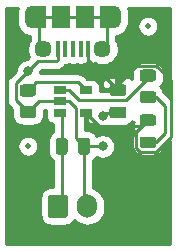
<source format=gbr>
%TF.GenerationSoftware,KiCad,Pcbnew,(5.1.10)-1*%
%TF.CreationDate,2021-10-28T23:59:16+02:00*%
%TF.ProjectId,Battery Charger Li-Po,42617474-6572-4792-9043-686172676572,rev?*%
%TF.SameCoordinates,Original*%
%TF.FileFunction,Copper,L1,Top*%
%TF.FilePolarity,Positive*%
%FSLAX46Y46*%
G04 Gerber Fmt 4.6, Leading zero omitted, Abs format (unit mm)*
G04 Created by KiCad (PCBNEW (5.1.10)-1) date 2021-10-28 23:59:16*
%MOMM*%
%LPD*%
G01*
G04 APERTURE LIST*
%TA.AperFunction,SMDPad,CuDef*%
%ADD10C,0.500000*%
%TD*%
%TA.AperFunction,ComponentPad*%
%ADD11O,1.700000X2.000000*%
%TD*%
%TA.AperFunction,SMDPad,CuDef*%
%ADD12R,1.060000X0.650000*%
%TD*%
%TA.AperFunction,SMDPad,CuDef*%
%ADD13R,1.200000X1.900000*%
%TD*%
%TA.AperFunction,ComponentPad*%
%ADD14O,1.200000X1.900000*%
%TD*%
%TA.AperFunction,SMDPad,CuDef*%
%ADD15R,1.500000X1.900000*%
%TD*%
%TA.AperFunction,ComponentPad*%
%ADD16C,1.450000*%
%TD*%
%TA.AperFunction,SMDPad,CuDef*%
%ADD17R,0.400000X1.350000*%
%TD*%
%TA.AperFunction,ViaPad*%
%ADD18C,0.800000*%
%TD*%
%TA.AperFunction,Conductor*%
%ADD19C,0.250000*%
%TD*%
%TA.AperFunction,Conductor*%
%ADD20C,0.254000*%
%TD*%
%TA.AperFunction,Conductor*%
%ADD21C,0.100000*%
%TD*%
G04 APERTURE END LIST*
D10*
%TO.P,REF\u002A\u002A,*%
%TO.N,*%
X134620000Y-128270000D03*
%TD*%
%TO.P,REF\u002A\u002A,*%
%TO.N,*%
X144780000Y-118110000D03*
%TD*%
D11*
%TO.P,J2,2*%
%TO.N,GND*%
X139660000Y-133350000D03*
%TO.P,J2,1*%
%TO.N,VCC*%
%TA.AperFunction,ComponentPad*%
G36*
G01*
X136310000Y-134100000D02*
X136310000Y-132600000D01*
G75*
G02*
X136560000Y-132350000I250000J0D01*
G01*
X137760000Y-132350000D01*
G75*
G02*
X138010000Y-132600000I0J-250000D01*
G01*
X138010000Y-134100000D01*
G75*
G02*
X137760000Y-134350000I-250000J0D01*
G01*
X136560000Y-134350000D01*
G75*
G02*
X136310000Y-134100000I0J250000D01*
G01*
G37*
%TD.AperFunction*%
%TD*%
D12*
%TO.P,U1,5*%
%TO.N,Net-(R2-Pad1)*%
X139530000Y-123510000D03*
%TO.P,U1,4*%
%TO.N,VBUS*%
X139530000Y-125410000D03*
%TO.P,U1,3*%
%TO.N,VCC*%
X137330000Y-125410000D03*
%TO.P,U1,2*%
%TO.N,GND*%
X137330000Y-124460000D03*
%TO.P,U1,1*%
%TO.N,Net-(R1-Pad2)*%
X137330000Y-123510000D03*
%TD*%
%TO.P,R2,2*%
%TO.N,GND*%
%TA.AperFunction,SMDPad,CuDef*%
G36*
G01*
X134169999Y-124860000D02*
X135070001Y-124860000D01*
G75*
G02*
X135320000Y-125109999I0J-249999D01*
G01*
X135320000Y-125635001D01*
G75*
G02*
X135070001Y-125885000I-249999J0D01*
G01*
X134169999Y-125885000D01*
G75*
G02*
X133920000Y-125635001I0J249999D01*
G01*
X133920000Y-125109999D01*
G75*
G02*
X134169999Y-124860000I249999J0D01*
G01*
G37*
%TD.AperFunction*%
%TO.P,R2,1*%
%TO.N,Net-(R2-Pad1)*%
%TA.AperFunction,SMDPad,CuDef*%
G36*
G01*
X134169999Y-123035000D02*
X135070001Y-123035000D01*
G75*
G02*
X135320000Y-123284999I0J-249999D01*
G01*
X135320000Y-123810001D01*
G75*
G02*
X135070001Y-124060000I-249999J0D01*
G01*
X134169999Y-124060000D01*
G75*
G02*
X133920000Y-123810001I0J249999D01*
G01*
X133920000Y-123284999D01*
G75*
G02*
X134169999Y-123035000I249999J0D01*
G01*
G37*
%TD.AperFunction*%
%TD*%
%TO.P,R1,2*%
%TO.N,Net-(R1-Pad2)*%
%TA.AperFunction,SMDPad,CuDef*%
G36*
G01*
X145230001Y-122790000D02*
X144329999Y-122790000D01*
G75*
G02*
X144080000Y-122540001I0J249999D01*
G01*
X144080000Y-122014999D01*
G75*
G02*
X144329999Y-121765000I249999J0D01*
G01*
X145230001Y-121765000D01*
G75*
G02*
X145480000Y-122014999I0J-249999D01*
G01*
X145480000Y-122540001D01*
G75*
G02*
X145230001Y-122790000I-249999J0D01*
G01*
G37*
%TD.AperFunction*%
%TO.P,R1,1*%
%TO.N,Net-(D1-Pad1)*%
%TA.AperFunction,SMDPad,CuDef*%
G36*
G01*
X145230001Y-124615000D02*
X144329999Y-124615000D01*
G75*
G02*
X144080000Y-124365001I0J249999D01*
G01*
X144080000Y-123839999D01*
G75*
G02*
X144329999Y-123590000I249999J0D01*
G01*
X145230001Y-123590000D01*
G75*
G02*
X145480000Y-123839999I0J-249999D01*
G01*
X145480000Y-124365001D01*
G75*
G02*
X145230001Y-124615000I-249999J0D01*
G01*
G37*
%TD.AperFunction*%
%TD*%
D13*
%TO.P,J1,6*%
%TO.N,Net-(J1-Pad6)*%
X141330000Y-117339215D03*
X135530000Y-117339215D03*
D14*
X134930000Y-117339215D03*
X141930000Y-117339215D03*
D15*
X139430000Y-117339215D03*
D16*
X135930000Y-120039215D03*
D17*
%TO.P,J1,3*%
%TO.N,Net-(J1-Pad3)*%
X138430000Y-120039215D03*
%TO.P,J1,4*%
%TO.N,Net-(J1-Pad4)*%
X137780000Y-120039215D03*
%TO.P,J1,5*%
%TO.N,GND*%
X137130000Y-120039215D03*
%TO.P,J1,1*%
%TO.N,VBUS*%
X139730000Y-120039215D03*
%TO.P,J1,2*%
%TO.N,Net-(J1-Pad2)*%
X139080000Y-120039215D03*
D16*
%TO.P,J1,6*%
%TO.N,Net-(J1-Pad6)*%
X140930000Y-120039215D03*
D15*
X137430000Y-117339215D03*
%TD*%
%TO.P,D1,2*%
%TO.N,VBUS*%
%TA.AperFunction,SMDPad,CuDef*%
G36*
G01*
X145236250Y-126550000D02*
X144323750Y-126550000D01*
G75*
G02*
X144080000Y-126306250I0J243750D01*
G01*
X144080000Y-125818750D01*
G75*
G02*
X144323750Y-125575000I243750J0D01*
G01*
X145236250Y-125575000D01*
G75*
G02*
X145480000Y-125818750I0J-243750D01*
G01*
X145480000Y-126306250D01*
G75*
G02*
X145236250Y-126550000I-243750J0D01*
G01*
G37*
%TD.AperFunction*%
%TO.P,D1,1*%
%TO.N,Net-(D1-Pad1)*%
%TA.AperFunction,SMDPad,CuDef*%
G36*
G01*
X145236250Y-128425000D02*
X144323750Y-128425000D01*
G75*
G02*
X144080000Y-128181250I0J243750D01*
G01*
X144080000Y-127693750D01*
G75*
G02*
X144323750Y-127450000I243750J0D01*
G01*
X145236250Y-127450000D01*
G75*
G02*
X145480000Y-127693750I0J-243750D01*
G01*
X145480000Y-128181250D01*
G75*
G02*
X145236250Y-128425000I-243750J0D01*
G01*
G37*
%TD.AperFunction*%
%TD*%
%TO.P,C2,2*%
%TO.N,GND*%
%TA.AperFunction,SMDPad,CuDef*%
G36*
G01*
X138880000Y-128745000D02*
X138880000Y-127795000D01*
G75*
G02*
X139130000Y-127545000I250000J0D01*
G01*
X139630000Y-127545000D01*
G75*
G02*
X139880000Y-127795000I0J-250000D01*
G01*
X139880000Y-128745000D01*
G75*
G02*
X139630000Y-128995000I-250000J0D01*
G01*
X139130000Y-128995000D01*
G75*
G02*
X138880000Y-128745000I0J250000D01*
G01*
G37*
%TD.AperFunction*%
%TO.P,C2,1*%
%TO.N,VCC*%
%TA.AperFunction,SMDPad,CuDef*%
G36*
G01*
X136980000Y-128745000D02*
X136980000Y-127795000D01*
G75*
G02*
X137230000Y-127545000I250000J0D01*
G01*
X137730000Y-127545000D01*
G75*
G02*
X137980000Y-127795000I0J-250000D01*
G01*
X137980000Y-128745000D01*
G75*
G02*
X137730000Y-128995000I-250000J0D01*
G01*
X137230000Y-128995000D01*
G75*
G02*
X136980000Y-128745000I0J250000D01*
G01*
G37*
%TD.AperFunction*%
%TD*%
%TO.P,C1,2*%
%TO.N,VBUS*%
%TA.AperFunction,SMDPad,CuDef*%
G36*
G01*
X142715000Y-124010000D02*
X141765000Y-124010000D01*
G75*
G02*
X141515000Y-123760000I0J250000D01*
G01*
X141515000Y-123260000D01*
G75*
G02*
X141765000Y-123010000I250000J0D01*
G01*
X142715000Y-123010000D01*
G75*
G02*
X142965000Y-123260000I0J-250000D01*
G01*
X142965000Y-123760000D01*
G75*
G02*
X142715000Y-124010000I-250000J0D01*
G01*
G37*
%TD.AperFunction*%
%TO.P,C1,1*%
%TO.N,GND*%
%TA.AperFunction,SMDPad,CuDef*%
G36*
G01*
X142715000Y-125910000D02*
X141765000Y-125910000D01*
G75*
G02*
X141515000Y-125660000I0J250000D01*
G01*
X141515000Y-125160000D01*
G75*
G02*
X141765000Y-124910000I250000J0D01*
G01*
X142715000Y-124910000D01*
G75*
G02*
X142965000Y-125160000I0J-250000D01*
G01*
X142965000Y-125660000D01*
G75*
G02*
X142715000Y-125910000I-250000J0D01*
G01*
G37*
%TD.AperFunction*%
%TD*%
D18*
%TO.N,GND*%
X134620000Y-121920000D03*
X140970000Y-125730000D03*
X140970000Y-128270000D03*
%TD*%
D19*
%TO.N,VBUS*%
X142240000Y-123522500D02*
X142240000Y-123510000D01*
X144607490Y-126235010D02*
X144780000Y-126062500D01*
X139730000Y-121000000D02*
X139730000Y-120039215D01*
X142240000Y-123510000D02*
X139730000Y-121000000D01*
X143754990Y-127087510D02*
X144780000Y-126062500D01*
X144088160Y-128750010D02*
X143754990Y-128416840D01*
X145471840Y-128750010D02*
X144088160Y-128750010D01*
X143754990Y-128416840D02*
X143754990Y-127087510D01*
X146705029Y-127516821D02*
X145471840Y-128750010D01*
X146705029Y-122676839D02*
X146705029Y-127516821D01*
X145468180Y-121439990D02*
X146705029Y-122676839D01*
X143810010Y-121439990D02*
X145468180Y-121439990D01*
X142240000Y-123010000D02*
X143810010Y-121439990D01*
X142240000Y-123510000D02*
X142240000Y-123010000D01*
X140668027Y-126548027D02*
X139530000Y-125410000D01*
X144294473Y-126548027D02*
X140668027Y-126548027D01*
X144780000Y-126062500D02*
X144294473Y-126548027D01*
%TO.N,GND*%
X139700000Y-127950000D02*
X139700000Y-128270000D01*
X135532500Y-124460000D02*
X134620000Y-125372500D01*
X137330000Y-124460000D02*
X135532500Y-124460000D01*
X137130000Y-120964215D02*
X137130000Y-120039215D01*
X135450784Y-121089216D02*
X137004999Y-121089216D01*
X137004999Y-121089216D02*
X137130000Y-120964215D01*
X133594990Y-122945010D02*
X135450784Y-121089216D01*
X133594990Y-124347490D02*
X133594990Y-122945010D01*
X134620000Y-125372500D02*
X133594990Y-124347490D01*
X137820002Y-124460000D02*
X137330000Y-124460000D01*
X142240000Y-125410000D02*
X141290000Y-125410000D01*
X141290000Y-125410000D02*
X140970000Y-125730000D01*
X140970000Y-125730000D02*
X140970000Y-125730000D01*
X139380000Y-133070000D02*
X139660000Y-133350000D01*
X139380000Y-128270000D02*
X139380000Y-133070000D01*
X139380000Y-128270000D02*
X140970000Y-128270000D01*
X138674999Y-127564999D02*
X139380000Y-128270000D01*
X138674999Y-125024999D02*
X138674999Y-127564999D01*
X138110000Y-124460000D02*
X138674999Y-125024999D01*
X137330000Y-124460000D02*
X138110000Y-124460000D01*
X140970000Y-128270000D02*
X140970000Y-128270000D01*
%TO.N,VCC*%
X137800000Y-128270000D02*
X137330000Y-127800000D01*
X137480000Y-125560000D02*
X137330000Y-125410000D01*
X137480000Y-128270000D02*
X137480000Y-125560000D01*
X137480000Y-133030000D02*
X137160000Y-133350000D01*
X137480000Y-128270000D02*
X137480000Y-133030000D01*
%TO.N,Net-(D1-Pad1)*%
X145480000Y-127937500D02*
X144780000Y-127937500D01*
X146255019Y-127162481D02*
X145480000Y-127937500D01*
X146255020Y-124877520D02*
X146255019Y-127162481D01*
X145480000Y-124102500D02*
X146255020Y-124877520D01*
X144780000Y-124102500D02*
X145480000Y-124102500D01*
%TO.N,Net-(J1-Pad6)*%
X135530000Y-117339215D02*
X141930000Y-117339215D01*
X135530000Y-119639215D02*
X135930000Y-120039215D01*
X135530000Y-117339215D02*
X135530000Y-119639215D01*
X141330000Y-119639215D02*
X140930000Y-120039215D01*
X141330000Y-117339215D02*
X141330000Y-119639215D01*
%TO.N,Net-(R1-Pad2)*%
X138915008Y-124335010D02*
X138089998Y-123510000D01*
X138089998Y-123510000D02*
X137330000Y-123510000D01*
X142953180Y-124335010D02*
X138915008Y-124335010D01*
X144780000Y-122508190D02*
X142953180Y-124335010D01*
X144780000Y-122277500D02*
X144780000Y-122508190D01*
%TO.N,Net-(R2-Pad1)*%
X138879999Y-122859999D02*
X139530000Y-123510000D01*
X135307501Y-122859999D02*
X138879999Y-122859999D01*
X134620000Y-123547500D02*
X135307501Y-122859999D01*
%TD*%
D20*
%TO.N,VBUS*%
X133712870Y-116747113D02*
X133695000Y-116928550D01*
X133695000Y-117749879D01*
X133712870Y-117931316D01*
X133783489Y-118164115D01*
X133898167Y-118378663D01*
X134052498Y-118566717D01*
X134240551Y-118721048D01*
X134455099Y-118835726D01*
X134687898Y-118906345D01*
X134770001Y-118914431D01*
X134770001Y-119327342D01*
X134724784Y-119395014D01*
X134622264Y-119642518D01*
X134570000Y-119905267D01*
X134570000Y-120173163D01*
X134622264Y-120435912D01*
X134724784Y-120683416D01*
X134747614Y-120717584D01*
X134580198Y-120885000D01*
X134518061Y-120885000D01*
X134318102Y-120924774D01*
X134129744Y-121002795D01*
X133960226Y-121116063D01*
X133816063Y-121260226D01*
X133702795Y-121429744D01*
X133624774Y-121618102D01*
X133585000Y-121818061D01*
X133585000Y-121880199D01*
X133083988Y-122381211D01*
X133054990Y-122405009D01*
X133031192Y-122434007D01*
X133031191Y-122434008D01*
X132960016Y-122520734D01*
X132889444Y-122652764D01*
X132861064Y-122746324D01*
X132845988Y-122796024D01*
X132834991Y-122907677D01*
X132831314Y-122945010D01*
X132834991Y-122982342D01*
X132834990Y-124310167D01*
X132831314Y-124347490D01*
X132834990Y-124384812D01*
X132834990Y-124384822D01*
X132845987Y-124496475D01*
X132877610Y-124600723D01*
X132889444Y-124639736D01*
X132960016Y-124771766D01*
X132993688Y-124812795D01*
X133054989Y-124887491D01*
X133083992Y-124911294D01*
X133281997Y-125109298D01*
X133281928Y-125109999D01*
X133281928Y-125635001D01*
X133298992Y-125808255D01*
X133349528Y-125974851D01*
X133431595Y-126128387D01*
X133542038Y-126262962D01*
X133676613Y-126373405D01*
X133830149Y-126455472D01*
X133996745Y-126506008D01*
X134169999Y-126523072D01*
X135070001Y-126523072D01*
X135243255Y-126506008D01*
X135409851Y-126455472D01*
X135563387Y-126373405D01*
X135697962Y-126262962D01*
X135808405Y-126128387D01*
X135890472Y-125974851D01*
X135941008Y-125808255D01*
X135958072Y-125635001D01*
X135958072Y-125220000D01*
X136161928Y-125220000D01*
X136161928Y-125735000D01*
X136174188Y-125859482D01*
X136210498Y-125979180D01*
X136269463Y-126089494D01*
X136348815Y-126186185D01*
X136445506Y-126265537D01*
X136555820Y-126324502D01*
X136675518Y-126360812D01*
X136720001Y-126365193D01*
X136720000Y-127070229D01*
X136602038Y-127167038D01*
X136491595Y-127301614D01*
X136409528Y-127455150D01*
X136358992Y-127621746D01*
X136341928Y-127795000D01*
X136341928Y-128745000D01*
X136358992Y-128918254D01*
X136409528Y-129084850D01*
X136491595Y-129238386D01*
X136602038Y-129372962D01*
X136720000Y-129469771D01*
X136720001Y-131711928D01*
X136560000Y-131711928D01*
X136386746Y-131728992D01*
X136220150Y-131779528D01*
X136066614Y-131861595D01*
X135932038Y-131972038D01*
X135821595Y-132106614D01*
X135739528Y-132260150D01*
X135688992Y-132426746D01*
X135671928Y-132600000D01*
X135671928Y-134100000D01*
X135688992Y-134273254D01*
X135739528Y-134439850D01*
X135821595Y-134593386D01*
X135932038Y-134727962D01*
X136066614Y-134838405D01*
X136220150Y-134920472D01*
X136386746Y-134971008D01*
X136560000Y-134988072D01*
X137760000Y-134988072D01*
X137933254Y-134971008D01*
X138099850Y-134920472D01*
X138253386Y-134838405D01*
X138387962Y-134727962D01*
X138498405Y-134593386D01*
X138552777Y-134491663D01*
X138604866Y-134555134D01*
X138830987Y-134740706D01*
X139088967Y-134878599D01*
X139368890Y-134963513D01*
X139660000Y-134992185D01*
X139951111Y-134963513D01*
X140231034Y-134878599D01*
X140489014Y-134740706D01*
X140715134Y-134555134D01*
X140900706Y-134329014D01*
X141038599Y-134071033D01*
X141123513Y-133791110D01*
X141145000Y-133572949D01*
X141145000Y-133127050D01*
X141123513Y-132908889D01*
X141038599Y-132628966D01*
X140900706Y-132370986D01*
X140715134Y-132144866D01*
X140489013Y-131959294D01*
X140231033Y-131821401D01*
X140140000Y-131793786D01*
X140140000Y-129469770D01*
X140257962Y-129372962D01*
X140368405Y-129238386D01*
X140417863Y-129145857D01*
X140479744Y-129187205D01*
X140668102Y-129265226D01*
X140868061Y-129305000D01*
X141071939Y-129305000D01*
X141271898Y-129265226D01*
X141460256Y-129187205D01*
X141629774Y-129073937D01*
X141773937Y-128929774D01*
X141887205Y-128760256D01*
X141965226Y-128571898D01*
X142005000Y-128371939D01*
X142005000Y-128168061D01*
X141965226Y-127968102D01*
X141887205Y-127779744D01*
X141773937Y-127610226D01*
X141629774Y-127466063D01*
X141460256Y-127352795D01*
X141271898Y-127274774D01*
X141071939Y-127235000D01*
X140868061Y-127235000D01*
X140668102Y-127274774D01*
X140479744Y-127352795D01*
X140417863Y-127394143D01*
X140368405Y-127301614D01*
X140257962Y-127167038D01*
X140123386Y-127056595D01*
X139969850Y-126974528D01*
X139803254Y-126923992D01*
X139630000Y-126906928D01*
X139434999Y-126906928D01*
X139434999Y-125263000D01*
X139657000Y-125263000D01*
X139657000Y-125283000D01*
X139677000Y-125283000D01*
X139677000Y-125537000D01*
X139657000Y-125537000D01*
X139657000Y-126211250D01*
X139815750Y-126370000D01*
X140060000Y-126373072D01*
X140149043Y-126364302D01*
X140166063Y-126389774D01*
X140310226Y-126533937D01*
X140479744Y-126647205D01*
X140668102Y-126725226D01*
X140868061Y-126765000D01*
X141071939Y-126765000D01*
X141271898Y-126725226D01*
X141460256Y-126647205D01*
X141628709Y-126534649D01*
X141765000Y-126548072D01*
X142715000Y-126548072D01*
X142888254Y-126531008D01*
X143054850Y-126480472D01*
X143208386Y-126398405D01*
X143342962Y-126287962D01*
X143445000Y-126163628D01*
X143445000Y-126189502D01*
X143603748Y-126189502D01*
X143445000Y-126348250D01*
X143441928Y-126550000D01*
X143454188Y-126674482D01*
X143490498Y-126794180D01*
X143549463Y-126904494D01*
X143628815Y-127001185D01*
X143706564Y-127064992D01*
X143700208Y-127070208D01*
X143590542Y-127203836D01*
X143509053Y-127356291D01*
X143458872Y-127521715D01*
X143441928Y-127693750D01*
X143441928Y-128181250D01*
X143458872Y-128353285D01*
X143509053Y-128518709D01*
X143590542Y-128671164D01*
X143700208Y-128804792D01*
X143833836Y-128914458D01*
X143986291Y-128995947D01*
X144151715Y-129046128D01*
X144323750Y-129063072D01*
X145236250Y-129063072D01*
X145408285Y-129046128D01*
X145573709Y-128995947D01*
X145726164Y-128914458D01*
X145859792Y-128804792D01*
X145969458Y-128671164D01*
X146050947Y-128518709D01*
X146084630Y-128407671D01*
X146660000Y-127832302D01*
X146660000Y-136500000D01*
X132740000Y-136500000D01*
X132740000Y-128182835D01*
X133735000Y-128182835D01*
X133735000Y-128357165D01*
X133769010Y-128528145D01*
X133835723Y-128689205D01*
X133932576Y-128834155D01*
X134055845Y-128957424D01*
X134200795Y-129054277D01*
X134361855Y-129120990D01*
X134532835Y-129155000D01*
X134707165Y-129155000D01*
X134878145Y-129120990D01*
X135039205Y-129054277D01*
X135184155Y-128957424D01*
X135307424Y-128834155D01*
X135404277Y-128689205D01*
X135470990Y-128528145D01*
X135505000Y-128357165D01*
X135505000Y-128182835D01*
X135470990Y-128011855D01*
X135404277Y-127850795D01*
X135307424Y-127705845D01*
X135184155Y-127582576D01*
X135039205Y-127485723D01*
X134878145Y-127419010D01*
X134707165Y-127385000D01*
X134532835Y-127385000D01*
X134361855Y-127419010D01*
X134200795Y-127485723D01*
X134055845Y-127582576D01*
X133932576Y-127705845D01*
X133835723Y-127850795D01*
X133769010Y-128011855D01*
X133735000Y-128182835D01*
X132740000Y-128182835D01*
X132740000Y-116550000D01*
X133772664Y-116550000D01*
X133712870Y-116747113D01*
%TA.AperFunction,Conductor*%
D21*
G36*
X133712870Y-116747113D02*
G01*
X133695000Y-116928550D01*
X133695000Y-117749879D01*
X133712870Y-117931316D01*
X133783489Y-118164115D01*
X133898167Y-118378663D01*
X134052498Y-118566717D01*
X134240551Y-118721048D01*
X134455099Y-118835726D01*
X134687898Y-118906345D01*
X134770001Y-118914431D01*
X134770001Y-119327342D01*
X134724784Y-119395014D01*
X134622264Y-119642518D01*
X134570000Y-119905267D01*
X134570000Y-120173163D01*
X134622264Y-120435912D01*
X134724784Y-120683416D01*
X134747614Y-120717584D01*
X134580198Y-120885000D01*
X134518061Y-120885000D01*
X134318102Y-120924774D01*
X134129744Y-121002795D01*
X133960226Y-121116063D01*
X133816063Y-121260226D01*
X133702795Y-121429744D01*
X133624774Y-121618102D01*
X133585000Y-121818061D01*
X133585000Y-121880199D01*
X133083988Y-122381211D01*
X133054990Y-122405009D01*
X133031192Y-122434007D01*
X133031191Y-122434008D01*
X132960016Y-122520734D01*
X132889444Y-122652764D01*
X132861064Y-122746324D01*
X132845988Y-122796024D01*
X132834991Y-122907677D01*
X132831314Y-122945010D01*
X132834991Y-122982342D01*
X132834990Y-124310167D01*
X132831314Y-124347490D01*
X132834990Y-124384812D01*
X132834990Y-124384822D01*
X132845987Y-124496475D01*
X132877610Y-124600723D01*
X132889444Y-124639736D01*
X132960016Y-124771766D01*
X132993688Y-124812795D01*
X133054989Y-124887491D01*
X133083992Y-124911294D01*
X133281997Y-125109298D01*
X133281928Y-125109999D01*
X133281928Y-125635001D01*
X133298992Y-125808255D01*
X133349528Y-125974851D01*
X133431595Y-126128387D01*
X133542038Y-126262962D01*
X133676613Y-126373405D01*
X133830149Y-126455472D01*
X133996745Y-126506008D01*
X134169999Y-126523072D01*
X135070001Y-126523072D01*
X135243255Y-126506008D01*
X135409851Y-126455472D01*
X135563387Y-126373405D01*
X135697962Y-126262962D01*
X135808405Y-126128387D01*
X135890472Y-125974851D01*
X135941008Y-125808255D01*
X135958072Y-125635001D01*
X135958072Y-125220000D01*
X136161928Y-125220000D01*
X136161928Y-125735000D01*
X136174188Y-125859482D01*
X136210498Y-125979180D01*
X136269463Y-126089494D01*
X136348815Y-126186185D01*
X136445506Y-126265537D01*
X136555820Y-126324502D01*
X136675518Y-126360812D01*
X136720001Y-126365193D01*
X136720000Y-127070229D01*
X136602038Y-127167038D01*
X136491595Y-127301614D01*
X136409528Y-127455150D01*
X136358992Y-127621746D01*
X136341928Y-127795000D01*
X136341928Y-128745000D01*
X136358992Y-128918254D01*
X136409528Y-129084850D01*
X136491595Y-129238386D01*
X136602038Y-129372962D01*
X136720000Y-129469771D01*
X136720001Y-131711928D01*
X136560000Y-131711928D01*
X136386746Y-131728992D01*
X136220150Y-131779528D01*
X136066614Y-131861595D01*
X135932038Y-131972038D01*
X135821595Y-132106614D01*
X135739528Y-132260150D01*
X135688992Y-132426746D01*
X135671928Y-132600000D01*
X135671928Y-134100000D01*
X135688992Y-134273254D01*
X135739528Y-134439850D01*
X135821595Y-134593386D01*
X135932038Y-134727962D01*
X136066614Y-134838405D01*
X136220150Y-134920472D01*
X136386746Y-134971008D01*
X136560000Y-134988072D01*
X137760000Y-134988072D01*
X137933254Y-134971008D01*
X138099850Y-134920472D01*
X138253386Y-134838405D01*
X138387962Y-134727962D01*
X138498405Y-134593386D01*
X138552777Y-134491663D01*
X138604866Y-134555134D01*
X138830987Y-134740706D01*
X139088967Y-134878599D01*
X139368890Y-134963513D01*
X139660000Y-134992185D01*
X139951111Y-134963513D01*
X140231034Y-134878599D01*
X140489014Y-134740706D01*
X140715134Y-134555134D01*
X140900706Y-134329014D01*
X141038599Y-134071033D01*
X141123513Y-133791110D01*
X141145000Y-133572949D01*
X141145000Y-133127050D01*
X141123513Y-132908889D01*
X141038599Y-132628966D01*
X140900706Y-132370986D01*
X140715134Y-132144866D01*
X140489013Y-131959294D01*
X140231033Y-131821401D01*
X140140000Y-131793786D01*
X140140000Y-129469770D01*
X140257962Y-129372962D01*
X140368405Y-129238386D01*
X140417863Y-129145857D01*
X140479744Y-129187205D01*
X140668102Y-129265226D01*
X140868061Y-129305000D01*
X141071939Y-129305000D01*
X141271898Y-129265226D01*
X141460256Y-129187205D01*
X141629774Y-129073937D01*
X141773937Y-128929774D01*
X141887205Y-128760256D01*
X141965226Y-128571898D01*
X142005000Y-128371939D01*
X142005000Y-128168061D01*
X141965226Y-127968102D01*
X141887205Y-127779744D01*
X141773937Y-127610226D01*
X141629774Y-127466063D01*
X141460256Y-127352795D01*
X141271898Y-127274774D01*
X141071939Y-127235000D01*
X140868061Y-127235000D01*
X140668102Y-127274774D01*
X140479744Y-127352795D01*
X140417863Y-127394143D01*
X140368405Y-127301614D01*
X140257962Y-127167038D01*
X140123386Y-127056595D01*
X139969850Y-126974528D01*
X139803254Y-126923992D01*
X139630000Y-126906928D01*
X139434999Y-126906928D01*
X139434999Y-125263000D01*
X139657000Y-125263000D01*
X139657000Y-125283000D01*
X139677000Y-125283000D01*
X139677000Y-125537000D01*
X139657000Y-125537000D01*
X139657000Y-126211250D01*
X139815750Y-126370000D01*
X140060000Y-126373072D01*
X140149043Y-126364302D01*
X140166063Y-126389774D01*
X140310226Y-126533937D01*
X140479744Y-126647205D01*
X140668102Y-126725226D01*
X140868061Y-126765000D01*
X141071939Y-126765000D01*
X141271898Y-126725226D01*
X141460256Y-126647205D01*
X141628709Y-126534649D01*
X141765000Y-126548072D01*
X142715000Y-126548072D01*
X142888254Y-126531008D01*
X143054850Y-126480472D01*
X143208386Y-126398405D01*
X143342962Y-126287962D01*
X143445000Y-126163628D01*
X143445000Y-126189502D01*
X143603748Y-126189502D01*
X143445000Y-126348250D01*
X143441928Y-126550000D01*
X143454188Y-126674482D01*
X143490498Y-126794180D01*
X143549463Y-126904494D01*
X143628815Y-127001185D01*
X143706564Y-127064992D01*
X143700208Y-127070208D01*
X143590542Y-127203836D01*
X143509053Y-127356291D01*
X143458872Y-127521715D01*
X143441928Y-127693750D01*
X143441928Y-128181250D01*
X143458872Y-128353285D01*
X143509053Y-128518709D01*
X143590542Y-128671164D01*
X143700208Y-128804792D01*
X143833836Y-128914458D01*
X143986291Y-128995947D01*
X144151715Y-129046128D01*
X144323750Y-129063072D01*
X145236250Y-129063072D01*
X145408285Y-129046128D01*
X145573709Y-128995947D01*
X145726164Y-128914458D01*
X145859792Y-128804792D01*
X145969458Y-128671164D01*
X146050947Y-128518709D01*
X146084630Y-128407671D01*
X146660000Y-127832302D01*
X146660000Y-136500000D01*
X132740000Y-136500000D01*
X132740000Y-128182835D01*
X133735000Y-128182835D01*
X133735000Y-128357165D01*
X133769010Y-128528145D01*
X133835723Y-128689205D01*
X133932576Y-128834155D01*
X134055845Y-128957424D01*
X134200795Y-129054277D01*
X134361855Y-129120990D01*
X134532835Y-129155000D01*
X134707165Y-129155000D01*
X134878145Y-129120990D01*
X135039205Y-129054277D01*
X135184155Y-128957424D01*
X135307424Y-128834155D01*
X135404277Y-128689205D01*
X135470990Y-128528145D01*
X135505000Y-128357165D01*
X135505000Y-128182835D01*
X135470990Y-128011855D01*
X135404277Y-127850795D01*
X135307424Y-127705845D01*
X135184155Y-127582576D01*
X135039205Y-127485723D01*
X134878145Y-127419010D01*
X134707165Y-127385000D01*
X134532835Y-127385000D01*
X134361855Y-127419010D01*
X134200795Y-127485723D01*
X134055845Y-127582576D01*
X133932576Y-127705845D01*
X133835723Y-127850795D01*
X133769010Y-128011855D01*
X133735000Y-128182835D01*
X132740000Y-128182835D01*
X132740000Y-116550000D01*
X133772664Y-116550000D01*
X133712870Y-116747113D01*
G37*
%TD.AperFunction*%
D20*
X144907000Y-125935500D02*
X144927000Y-125935500D01*
X144927000Y-126189500D01*
X144907000Y-126189500D01*
X144907000Y-126209500D01*
X144653000Y-126209500D01*
X144653000Y-126189500D01*
X144633000Y-126189500D01*
X144633000Y-125935500D01*
X144653000Y-125935500D01*
X144653000Y-125915500D01*
X144907000Y-125915500D01*
X144907000Y-125935500D01*
%TA.AperFunction,Conductor*%
D21*
G36*
X144907000Y-125935500D02*
G01*
X144927000Y-125935500D01*
X144927000Y-126189500D01*
X144907000Y-126189500D01*
X144907000Y-126209500D01*
X144653000Y-126209500D01*
X144653000Y-126189500D01*
X144633000Y-126189500D01*
X144633000Y-125935500D01*
X144653000Y-125935500D01*
X144653000Y-125915500D01*
X144907000Y-125915500D01*
X144907000Y-125935500D01*
G37*
%TD.AperFunction*%
D20*
X146660001Y-124207699D02*
X146093154Y-123640853D01*
X146050472Y-123500149D01*
X145968405Y-123346613D01*
X145857962Y-123212038D01*
X145831109Y-123190000D01*
X145857962Y-123167962D01*
X145968405Y-123033387D01*
X146050472Y-122879851D01*
X146101008Y-122713255D01*
X146118072Y-122540001D01*
X146118072Y-122014999D01*
X146101008Y-121841745D01*
X146050472Y-121675149D01*
X145968405Y-121521613D01*
X145857962Y-121387038D01*
X145723387Y-121276595D01*
X145569851Y-121194528D01*
X145403255Y-121143992D01*
X145230001Y-121126928D01*
X144329999Y-121126928D01*
X144156745Y-121143992D01*
X143990149Y-121194528D01*
X143836613Y-121276595D01*
X143702038Y-121387038D01*
X143591595Y-121521613D01*
X143509528Y-121675149D01*
X143458992Y-121841745D01*
X143441928Y-122014999D01*
X143441928Y-122540001D01*
X143447545Y-122597027D01*
X143416185Y-122558815D01*
X143319494Y-122479463D01*
X143209180Y-122420498D01*
X143089482Y-122384188D01*
X142965000Y-122371928D01*
X142525750Y-122375000D01*
X142367000Y-122533750D01*
X142367000Y-123383000D01*
X142387000Y-123383000D01*
X142387000Y-123575010D01*
X140698072Y-123575010D01*
X140698072Y-123185000D01*
X140685812Y-123060518D01*
X140670488Y-123010000D01*
X140876928Y-123010000D01*
X140880000Y-123224250D01*
X141038750Y-123383000D01*
X142113000Y-123383000D01*
X142113000Y-122533750D01*
X141954250Y-122375000D01*
X141515000Y-122371928D01*
X141390518Y-122384188D01*
X141270820Y-122420498D01*
X141160506Y-122479463D01*
X141063815Y-122558815D01*
X140984463Y-122655506D01*
X140925498Y-122765820D01*
X140889188Y-122885518D01*
X140876928Y-123010000D01*
X140670488Y-123010000D01*
X140649502Y-122940820D01*
X140590537Y-122830506D01*
X140511185Y-122733815D01*
X140414494Y-122654463D01*
X140304180Y-122595498D01*
X140184482Y-122559188D01*
X140060000Y-122546928D01*
X139641729Y-122546928D01*
X139443802Y-122349001D01*
X139420000Y-122319998D01*
X139304275Y-122225025D01*
X139172246Y-122154453D01*
X139028985Y-122110996D01*
X138917332Y-122099999D01*
X138917321Y-122099999D01*
X138879999Y-122096323D01*
X138842677Y-122099999D01*
X135639473Y-122099999D01*
X135655000Y-122021939D01*
X135655000Y-121959802D01*
X135765586Y-121849216D01*
X136967677Y-121849216D01*
X137004999Y-121852892D01*
X137042321Y-121849216D01*
X137042332Y-121849216D01*
X137153985Y-121838219D01*
X137297246Y-121794762D01*
X137429275Y-121724190D01*
X137545000Y-121629217D01*
X137568803Y-121600213D01*
X137640998Y-121528018D01*
X137670001Y-121504216D01*
X137764974Y-121388491D01*
X137784326Y-121352287D01*
X137980000Y-121352287D01*
X138104482Y-121340027D01*
X138105000Y-121339870D01*
X138105518Y-121340027D01*
X138230000Y-121352287D01*
X138630000Y-121352287D01*
X138754482Y-121340027D01*
X138755000Y-121339870D01*
X138755518Y-121340027D01*
X138880000Y-121352287D01*
X139280000Y-121352287D01*
X139404482Y-121340027D01*
X139407120Y-121339227D01*
X139498250Y-121349215D01*
X139566218Y-121281247D01*
X139634494Y-121244752D01*
X139731185Y-121165400D01*
X139803000Y-121077893D01*
X139803000Y-121190465D01*
X139961750Y-121349215D01*
X140064474Y-121337956D01*
X140183576Y-121299736D01*
X140284610Y-121243636D01*
X140285799Y-121244431D01*
X140533303Y-121346951D01*
X140796052Y-121399215D01*
X141063948Y-121399215D01*
X141326697Y-121346951D01*
X141574201Y-121244431D01*
X141796949Y-121095596D01*
X141986381Y-120906164D01*
X142135216Y-120683416D01*
X142237736Y-120435912D01*
X142290000Y-120173163D01*
X142290000Y-119905267D01*
X142237736Y-119642518D01*
X142135216Y-119395014D01*
X142090000Y-119327343D01*
X142090000Y-118914431D01*
X142172102Y-118906345D01*
X142404901Y-118835726D01*
X142619449Y-118721048D01*
X142807502Y-118566717D01*
X142961833Y-118378664D01*
X143076511Y-118164116D01*
X143119368Y-118022835D01*
X143895000Y-118022835D01*
X143895000Y-118197165D01*
X143929010Y-118368145D01*
X143995723Y-118529205D01*
X144092576Y-118674155D01*
X144215845Y-118797424D01*
X144360795Y-118894277D01*
X144521855Y-118960990D01*
X144692835Y-118995000D01*
X144867165Y-118995000D01*
X145038145Y-118960990D01*
X145199205Y-118894277D01*
X145344155Y-118797424D01*
X145467424Y-118674155D01*
X145564277Y-118529205D01*
X145630990Y-118368145D01*
X145665000Y-118197165D01*
X145665000Y-118022835D01*
X145630990Y-117851855D01*
X145564277Y-117690795D01*
X145467424Y-117545845D01*
X145344155Y-117422576D01*
X145199205Y-117325723D01*
X145038145Y-117259010D01*
X144867165Y-117225000D01*
X144692835Y-117225000D01*
X144521855Y-117259010D01*
X144360795Y-117325723D01*
X144215845Y-117422576D01*
X144092576Y-117545845D01*
X143995723Y-117690795D01*
X143929010Y-117851855D01*
X143895000Y-118022835D01*
X143119368Y-118022835D01*
X143147130Y-117931316D01*
X143165000Y-117749879D01*
X143165000Y-116928550D01*
X143147130Y-116747113D01*
X143087336Y-116550000D01*
X146660001Y-116550000D01*
X146660001Y-124207699D01*
%TA.AperFunction,Conductor*%
D21*
G36*
X146660001Y-124207699D02*
G01*
X146093154Y-123640853D01*
X146050472Y-123500149D01*
X145968405Y-123346613D01*
X145857962Y-123212038D01*
X145831109Y-123190000D01*
X145857962Y-123167962D01*
X145968405Y-123033387D01*
X146050472Y-122879851D01*
X146101008Y-122713255D01*
X146118072Y-122540001D01*
X146118072Y-122014999D01*
X146101008Y-121841745D01*
X146050472Y-121675149D01*
X145968405Y-121521613D01*
X145857962Y-121387038D01*
X145723387Y-121276595D01*
X145569851Y-121194528D01*
X145403255Y-121143992D01*
X145230001Y-121126928D01*
X144329999Y-121126928D01*
X144156745Y-121143992D01*
X143990149Y-121194528D01*
X143836613Y-121276595D01*
X143702038Y-121387038D01*
X143591595Y-121521613D01*
X143509528Y-121675149D01*
X143458992Y-121841745D01*
X143441928Y-122014999D01*
X143441928Y-122540001D01*
X143447545Y-122597027D01*
X143416185Y-122558815D01*
X143319494Y-122479463D01*
X143209180Y-122420498D01*
X143089482Y-122384188D01*
X142965000Y-122371928D01*
X142525750Y-122375000D01*
X142367000Y-122533750D01*
X142367000Y-123383000D01*
X142387000Y-123383000D01*
X142387000Y-123575010D01*
X140698072Y-123575010D01*
X140698072Y-123185000D01*
X140685812Y-123060518D01*
X140670488Y-123010000D01*
X140876928Y-123010000D01*
X140880000Y-123224250D01*
X141038750Y-123383000D01*
X142113000Y-123383000D01*
X142113000Y-122533750D01*
X141954250Y-122375000D01*
X141515000Y-122371928D01*
X141390518Y-122384188D01*
X141270820Y-122420498D01*
X141160506Y-122479463D01*
X141063815Y-122558815D01*
X140984463Y-122655506D01*
X140925498Y-122765820D01*
X140889188Y-122885518D01*
X140876928Y-123010000D01*
X140670488Y-123010000D01*
X140649502Y-122940820D01*
X140590537Y-122830506D01*
X140511185Y-122733815D01*
X140414494Y-122654463D01*
X140304180Y-122595498D01*
X140184482Y-122559188D01*
X140060000Y-122546928D01*
X139641729Y-122546928D01*
X139443802Y-122349001D01*
X139420000Y-122319998D01*
X139304275Y-122225025D01*
X139172246Y-122154453D01*
X139028985Y-122110996D01*
X138917332Y-122099999D01*
X138917321Y-122099999D01*
X138879999Y-122096323D01*
X138842677Y-122099999D01*
X135639473Y-122099999D01*
X135655000Y-122021939D01*
X135655000Y-121959802D01*
X135765586Y-121849216D01*
X136967677Y-121849216D01*
X137004999Y-121852892D01*
X137042321Y-121849216D01*
X137042332Y-121849216D01*
X137153985Y-121838219D01*
X137297246Y-121794762D01*
X137429275Y-121724190D01*
X137545000Y-121629217D01*
X137568803Y-121600213D01*
X137640998Y-121528018D01*
X137670001Y-121504216D01*
X137764974Y-121388491D01*
X137784326Y-121352287D01*
X137980000Y-121352287D01*
X138104482Y-121340027D01*
X138105000Y-121339870D01*
X138105518Y-121340027D01*
X138230000Y-121352287D01*
X138630000Y-121352287D01*
X138754482Y-121340027D01*
X138755000Y-121339870D01*
X138755518Y-121340027D01*
X138880000Y-121352287D01*
X139280000Y-121352287D01*
X139404482Y-121340027D01*
X139407120Y-121339227D01*
X139498250Y-121349215D01*
X139566218Y-121281247D01*
X139634494Y-121244752D01*
X139731185Y-121165400D01*
X139803000Y-121077893D01*
X139803000Y-121190465D01*
X139961750Y-121349215D01*
X140064474Y-121337956D01*
X140183576Y-121299736D01*
X140284610Y-121243636D01*
X140285799Y-121244431D01*
X140533303Y-121346951D01*
X140796052Y-121399215D01*
X141063948Y-121399215D01*
X141326697Y-121346951D01*
X141574201Y-121244431D01*
X141796949Y-121095596D01*
X141986381Y-120906164D01*
X142135216Y-120683416D01*
X142237736Y-120435912D01*
X142290000Y-120173163D01*
X142290000Y-119905267D01*
X142237736Y-119642518D01*
X142135216Y-119395014D01*
X142090000Y-119327343D01*
X142090000Y-118914431D01*
X142172102Y-118906345D01*
X142404901Y-118835726D01*
X142619449Y-118721048D01*
X142807502Y-118566717D01*
X142961833Y-118378664D01*
X143076511Y-118164116D01*
X143119368Y-118022835D01*
X143895000Y-118022835D01*
X143895000Y-118197165D01*
X143929010Y-118368145D01*
X143995723Y-118529205D01*
X144092576Y-118674155D01*
X144215845Y-118797424D01*
X144360795Y-118894277D01*
X144521855Y-118960990D01*
X144692835Y-118995000D01*
X144867165Y-118995000D01*
X145038145Y-118960990D01*
X145199205Y-118894277D01*
X145344155Y-118797424D01*
X145467424Y-118674155D01*
X145564277Y-118529205D01*
X145630990Y-118368145D01*
X145665000Y-118197165D01*
X145665000Y-118022835D01*
X145630990Y-117851855D01*
X145564277Y-117690795D01*
X145467424Y-117545845D01*
X145344155Y-117422576D01*
X145199205Y-117325723D01*
X145038145Y-117259010D01*
X144867165Y-117225000D01*
X144692835Y-117225000D01*
X144521855Y-117259010D01*
X144360795Y-117325723D01*
X144215845Y-117422576D01*
X144092576Y-117545845D01*
X143995723Y-117690795D01*
X143929010Y-117851855D01*
X143895000Y-118022835D01*
X143119368Y-118022835D01*
X143147130Y-117931316D01*
X143165000Y-117749879D01*
X143165000Y-116928550D01*
X143147130Y-116747113D01*
X143087336Y-116550000D01*
X146660001Y-116550000D01*
X146660001Y-124207699D01*
G37*
%TD.AperFunction*%
%TD*%
M02*

</source>
